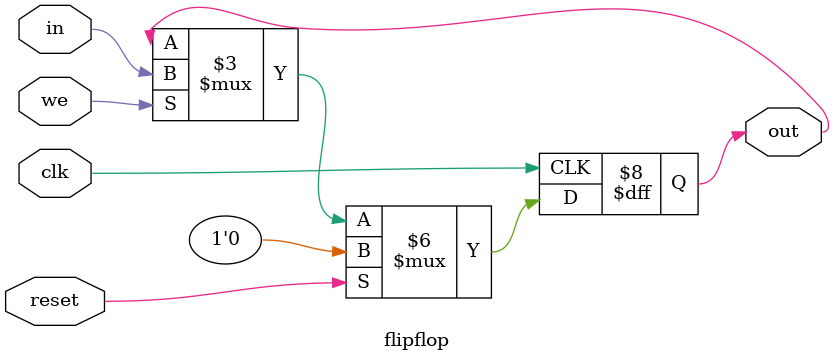
<source format=v>
module flipflop(
	input wire clk,
	input wire reset,
	input wire we,
	input wire [N-1:0] in,
	output reg [N-1:0] out = {N{1'b0}}
);

parameter N = 1;
parameter INIT = {N{1'b0}};

always @(posedge clk) begin
	if (reset)
		out <= INIT;
	else if (we)
		out <= in;
end

endmodule


</source>
